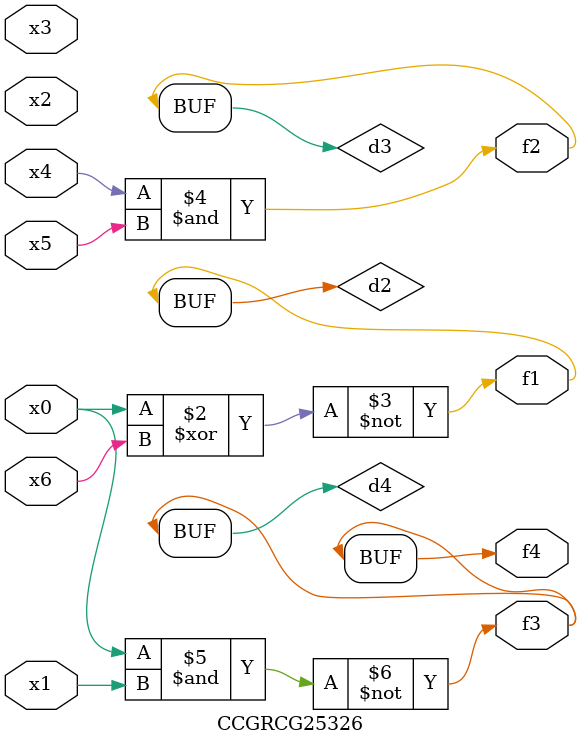
<source format=v>
module CCGRCG25326(
	input x0, x1, x2, x3, x4, x5, x6,
	output f1, f2, f3, f4
);

	wire d1, d2, d3, d4;

	nor (d1, x0);
	xnor (d2, x0, x6);
	and (d3, x4, x5);
	nand (d4, x0, x1);
	assign f1 = d2;
	assign f2 = d3;
	assign f3 = d4;
	assign f4 = d4;
endmodule

</source>
